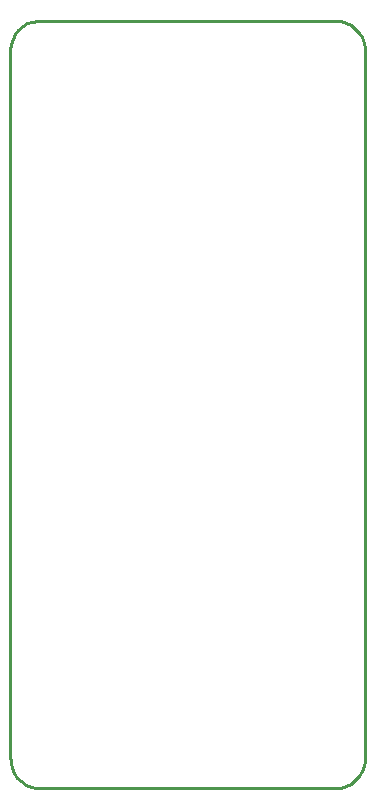
<source format=gko>
G04 ---------------------------- Layer name :KeepOutLayer *
G04 easyEDA 0.1*
G04 Scale: 100 percent, Rotated: No, Reflected: No *
G04 Dimensions in inches *
G04 leading zeros omitted , absolute positions ,2 integer and 4 * 
%FSLAX24Y24*%
%MOIN*%
G90*
G70D02*

%ADD10C,0.010000*%
G54D10*
G01X10898Y25511D02*
G01X991Y25509D01*
G01X804Y25479D01*
G01X630Y25415D01*
G01X474Y25321D01*
G01X338Y25201D01*
G01X227Y25058D01*
G01X143Y24896D01*
G01X90Y24718D01*
G01X71Y24527D01*
G01X71Y1015D01*
G01X80Y777D01*
G01X121Y594D01*
G01X196Y426D01*
G01X298Y276D01*
G01X427Y148D01*
G01X576Y45D01*
G01X744Y-28D01*
G01X927Y-70D01*
G01X1101Y-78D01*
G01X10898Y-78D01*
G01X11089Y-60D01*
G01X11267Y-7D01*
G01X11429Y76D01*
G01X11572Y188D01*
G01X11692Y324D01*
G01X11786Y480D01*
G01X11850Y653D01*
G01X11880Y840D01*
G01X11882Y1334D01*
G01X11880Y24592D01*
G01X11850Y24779D01*
G01X11786Y24952D01*
G01X11692Y25108D01*
G01X11572Y25244D01*
G01X11429Y25356D01*
G01X11267Y25440D01*
G01X11089Y25493D01*
G01X10898Y25511D01*

%LPD*%

M00*
M02*

</source>
